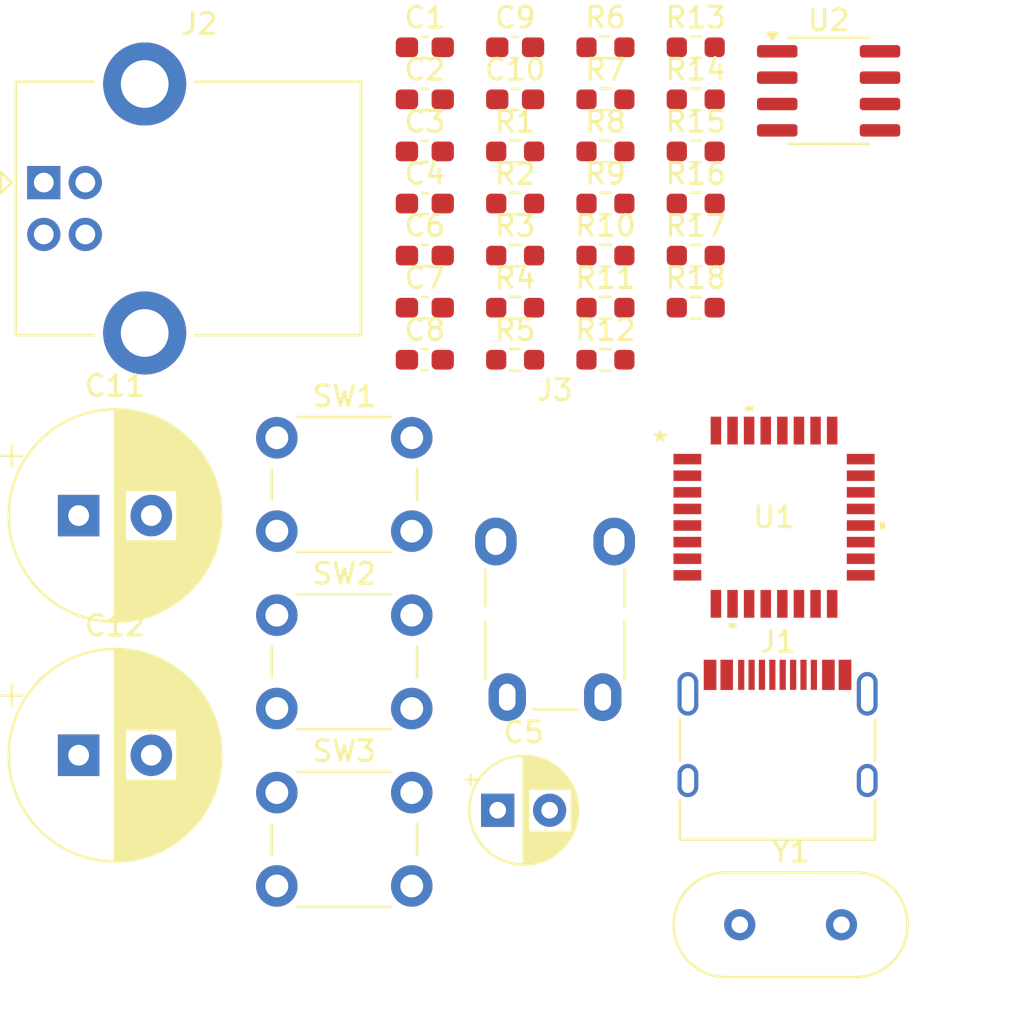
<source format=kicad_pcb>
(kicad_pcb (version 20240108) (generator "pcbnew") (generator_version "8.0")
  (layers (0 "F.Cu" signal) (31 "B.Cu" signal) (34 "B.Paste" user) (35 "F.Paste" user) (36 "B.SilkS" user "B.Silkscreen") (37 "F.SilkS" user "F.Silkscreen") (38 "B.Mask" user) (39 "F.Mask" user) (44 "Edge.Cuts" user))
  (net 0 "")
  (net 1 "GND")
  (net 2 "+5V")
  (net 3 "Net-(U1-XTI)")
  (net 4 "Net-(U1-XTO)")
  (net 5 "Net-(U1-VCCP)")
  (net 6 "Net-(U1-VCOM)")
  (net 7 "Net-(U1-VCCR)")
  (net 8 "Net-(U1-VCCL)")
  (net 9 "+3.3V")
  (net 10 "Net-(U1-VOUTL)")
  (net 11 "Net-(C9-Pad2)")
  (net 12 "Net-(C10-Pad2)")
  (net 13 "Net-(U1-VOUTR)")
  (net 14 "AUDIO_R")
  (net 15 "AUDIO_L")
  (net 16 "Net-(J1-D--PadA7)")
  (net 18 "Net-(J1-CC1)")
  (net 19 "Net-(J1-CC2)")
  (net 21 "Net-(J1-D+-PadA6)")
  (net 22 "Net-(J2-D-)")
  (net 23 "Net-(J2-D+)")
  (net 24 "DM")
  (net 25 "DP")
  (net 26 "Net-(U1-DT)")
  (net 27 "GNDA")
  (net 28 "Net-(U1-*SSPND)")
  (net 29 "Net-(U1-FUNC3)")
  (net 30 "Net-(U1-FUNC0)")
  (net 31 "Net-(U1-FUNC1)")
  (footprint "Resistor_SMD:R_0603_1608Metric_Pad0.98x0.95mm_HandSolder" (layer "F.Cu") (at 66.48 63.14)
    (property "Reference" "R2" (at 0 -1.43 0) (layer "F.SilkS"))
    (property "Value" "5.1k")
    (pad "1" smd roundrect (at -0.9125 0) (size 0.975 0.95) (layers "F.Cu" "F.Paste" "F.Mask") (net 1 "GND"))
    (pad "2" smd roundrect (at 0.9125 0) (size 0.975 0.95) (layers "F.Cu" "F.Paste" "F.Mask") (net 19 "Net-(J1-CC2)"))
  )
  (footprint "Resistor_SMD:R_0603_1608Metric_Pad0.98x0.95mm_HandSolder" (layer "F.Cu") (at 75.18 65.65)
    (property "Reference" "R17" (at 0 -1.43 0) (layer "F.SilkS"))
    (property "Value" "100k")
    (pad "1" smd roundrect (at -0.9125 0) (size 0.975 0.95) (layers "F.Cu" "F.Paste" "F.Mask") (net 2 "+5V"))
    (pad "2" smd roundrect (at 0.9125 0) (size 0.975 0.95) (layers "F.Cu" "F.Paste" "F.Mask") (net 27 "GNDA"))
  )
  (footprint "Capacitor_SMD:C_0603_1608Metric_Pad1.08x0.95mm_HandSolder" (layer "F.Cu") (at 62.13 60.63)
    (property "Reference" "C3" (at 0 -1.43 0) (layer "F.SilkS"))
    (property "Value" "22p")
    (pad "1" smd roundrect (at -0.8625 0) (size 1.075 0.95) (layers "F.Cu" "F.Paste" "F.Mask") (net 4 "Net-(U1-XTO)"))
    (pad "2" smd roundrect (at 0.8625 0) (size 1.075 0.95) (layers "F.Cu" "F.Paste" "F.Mask") (net 1 "GND"))
  )
  (footprint "Connector_USB:USB_B_Lumberg_2411_02_Horizontal" (layer "F.Cu") (at 43.775 62.13)
    (property "Reference" "J2" (at 7.5 -7.65 0) (layer "F.SilkS"))
    (property "Value" "USB_B")
    (pad "1" thru_hole rect (at 0 0 90) (size 1.6 1.6) (drill 0.95) (layers "*.Cu" "*.Mask") (net 2 "+5V"))
    (pad "2" thru_hole circle (at 0 2.5 90) (size 1.6 1.6) (drill 0.95) (layers "*.Cu" "*.Mask") (net 22 "Net-(J2-D-)"))
    (pad "3" thru_hole circle (at 2 2.5 90) (size 1.6 1.6) (drill 0.95) (layers "*.Cu" "*.Mask") (net 23 "Net-(J2-D+)"))
    (pad "4" thru_hole circle (at 2 0 90) (size 1.6 1.6) (drill 0.95) (layers "*.Cu" "*.Mask") (net 1 "GND"))
    (pad "5" thru_hole circle (at 4.86 -4.75 90) (size 4 4) (drill 2.3) (layers "*.Cu" "*.Mask") (net 1 "GND"))
    (pad "5" thru_hole circle (at 4.86 7.25 90) (size 4 4) (drill 2.3) (layers "*.Cu" "*.Mask") (net 1 "GND"))
  )
  (footprint "Capacitor_SMD:C_0603_1608Metric_Pad1.08x0.95mm_HandSolder" (layer "F.Cu") (at 66.48 55.61)
    (property "Reference" "C9" (at 0 -1.43 0) (layer "F.SilkS"))
    (property "Value" "22p")
    (pad "1" smd roundrect (at -0.8625 0) (size 1.075 0.95) (layers "F.Cu" "F.Paste" "F.Mask") (net 10 "Net-(U1-VOUTL)"))
    (pad "2" smd roundrect (at 0.8625 0) (size 1.075 0.95) (layers "F.Cu" "F.Paste" "F.Mask") (net 11 "Net-(C9-Pad2)"))
  )
  (footprint "Resistor_SMD:R_0603_1608Metric_Pad0.98x0.95mm_HandSolder" (layer "F.Cu") (at 75.18 63.14)
    (property "Reference" "R16" (at 0 -1.43 0) (layer "F.SilkS"))
    (property "Value" "3.3k")
    (pad "1" smd roundrect (at -0.9125 0) (size 0.975 0.95) (layers "F.Cu" "F.Paste" "F.Mask") (net 14 "AUDIO_R"))
    (pad "2" smd roundrect (at 0.9125 0) (size 0.975 0.95) (layers "F.Cu" "F.Paste" "F.Mask") (net 1 "GND"))
  )
  (footprint "Capacitor_SMD:C_0603_1608Metric_Pad1.08x0.95mm_HandSolder" (layer "F.Cu") (at 66.48 58.12)
    (property "Reference" "C10" (at 0 -1.43 0) (layer "F.SilkS"))
    (property "Value" "22p")
    (pad "1" smd roundrect (at -0.8625 0) (size 1.075 0.95) (layers "F.Cu" "F.Paste" "F.Mask") (net 13 "Net-(U1-VOUTR)"))
    (pad "2" smd roundrect (at 0.8625 0) (size 1.075 0.95) (layers "F.Cu" "F.Paste" "F.Mask") (net 12 "Net-(C10-Pad2)"))
  )
  (footprint "Capacitor_SMD:C_0603_1608Metric_Pad1.08x0.95mm_HandSolder" (layer "F.Cu") (at 62.13 55.61)
    (property "Reference" "C1" (at 0 -1.43 0) (layer "F.SilkS"))
    (property "Value" "1μ")
    (pad "1" smd roundrect (at -0.8625 0) (size 1.075 0.95) (layers "F.Cu" "F.Paste" "F.Mask") (net 2 "+5V"))
    (pad "2" smd roundrect (at 0.8625 0) (size 1.075 0.95) (layers "F.Cu" "F.Paste" "F.Mask") (net 1 "GND"))
  )
  (footprint "Resistor_SMD:R_0603_1608Metric_Pad0.98x0.95mm_HandSolder" (layer "F.Cu") (at 75.18 60.63)
    (property "Reference" "R15" (at 0 -1.43 0) (layer "F.SilkS"))
    (property "Value" "3.3k")
    (pad "1" smd roundrect (at -0.9125 0) (size 0.975 0.95) (layers "F.Cu" "F.Paste" "F.Mask") (net 15 "AUDIO_L"))
    (pad "2" smd roundrect (at 0.9125 0) (size 0.975 0.95) (layers "F.Cu" "F.Paste" "F.Mask") (net 1 "GND"))
  )
  (footprint "Capacitor_THT:CP_Radial_D10.0mm_P3.50mm" (layer "F.Cu") (at 45.454646 89.73)
    (property "Reference" "C12" (at 1.75 -6.25 0) (layer "F.SilkS"))
    (property "Value" "100μ")
    (pad "1" thru_hole rect (at 0 0) (size 2 2) (drill 1) (layers "*.Cu" "*.Mask") (net 10 "Net-(U1-VOUTL)"))
    (pad "2" thru_hole circle (at 3.5 0) (size 2 2) (drill 1) (layers "*.Cu" "*.Mask") (net 15 "AUDIO_L"))
  )
  (footprint "Connector_Audio:Jack_3.5mm_Lumberg_1503_07_Horizontal" (layer "F.Cu") (at 65.55 79.43)
    (property "Reference" "J3" (at 2.85 -7.3 0) (layer "F.SilkS"))
    (property "Value" "AudioJack3")
    (pad "" np_thru_hole circle (at 0.35 3.5) (size 1.1 1.1) (drill 1.1) (layers "F&B.Cu" "*.Mask"))
    (pad "" np_thru_hole circle (at 5.35 3.5) (size 1.1 1.1) (drill 1.1) (layers "F&B.Cu" "*.Mask"))
    (pad "R" thru_hole oval (at 5.15 7.5) (size 1.8 2.3) (drill oval 0.8 1.3) (layers "*.Cu" "*.Mask") (net 14 "AUDIO_R"))
    (pad "S" thru_hole oval (at 0.55 7.5) (size 1.8 2.3) (drill oval 0.8 1.3) (layers "*.Cu" "*.Mask") (net 1 "GND"))
    (pad "T" thru_hole oval (at 0 0) (size 2 2.3) (drill oval 1 1.3) (layers "*.Cu" "*.Mask") (net 15 "AUDIO_L"))
    (pad "T" thru_hole oval (at 5.7 0) (size 2 2.3) (drill oval 1 1.3) (layers "*.Cu" "*.Mask") (net 15 "AUDIO_L"))
  )
  (footprint "Connector_USB:USB_C_Receptacle_HRO_TYPE-C-31-M-12" (layer "F.Cu") (at 79.12 89.9)
    (property "Reference" "J1" (at 0 -5.645 0) (layer "F.SilkS"))
    (property "Value" "USB_C_Receptacle_USB2.0_16P")
    (pad "" np_thru_hole circle (at -2.89 -2.6) (size 0.65 0.65) (drill 0.65) (layers "*.Cu" "*.Mask"))
    (pad "" np_thru_hole circle (at 2.89 -2.6) (size 0.65 0.65) (drill 0.65) (layers "*.Cu" "*.Mask"))
    (pad "A1" smd rect (at -3.25 -4.045) (size 0.6 1.45) (layers "F.Cu" "F.Paste" "F.Mask") (net 1 "GND"))
    (pad "A4" smd rect (at -2.45 -4.045) (size 0.6 1.45) (layers "F.Cu" "F.Paste" "F.Mask") (net 2 "+5V"))
    (pad "A5" smd rect (at -1.25 -4.045) (size 0.3 1.45) (layers "F.Cu" "F.Paste" "F.Mask") (net 18 "Net-(J1-CC1)"))
    (pad "A6" smd rect (at -0.25 -4.045) (size 0.3 1.45) (layers "F.Cu" "F.Paste" "F.Mask") (net 21 "Net-(J1-D+-PadA6)"))
    (pad "A7" smd rect (at 0.25 -4.045) (size 0.3 1.45) (layers "F.Cu" "F.Paste" "F.Mask") (net 16 "Net-(J1-D--PadA7)"))
    (pad "A8" smd rect (at 1.25 -4.045) (size 0.3 1.45) (layers "F.Cu" "F.Paste" "F.Mask"))
    (pad "A9" smd rect (at 2.45 -4.045) (size 0.6 1.45) (layers "F.Cu" "F.Paste" "F.Mask") (net 2 "+5V"))
    (pad "A12" smd rect (at 3.25 -4.045) (size 0.6 1.45) (layers "F.Cu" "F.Paste" "F.Mask") (net 1 "GND"))
    (pad "B1" smd rect (at 3.25 -4.045) (size 0.6 1.45) (layers "F.Cu" "F.Paste" "F.Mask") (net 1 "GND"))
    (pad "B4" smd rect (at 2.45 -4.045) (size 0.6 1.45) (layers "F.Cu" "F.Paste" "F.Mask") (net 2 "+5V"))
    (pad "B5" smd rect (at 1.75 -4.045) (size 0.3 1.45) (layers "F.Cu" "F.Paste" "F.Mask") (net 19 "Net-(J1-CC2)"))
    (pad "B6" smd rect (at 0.75 -4.045) (size 0.3 1.45) (layers "F.Cu" "F.Paste" "F.Mask") (net 21 "Net-(J1-D+-PadA6)"))
    (pad "B7" smd rect (at -0.75 -4.045) (size 0.3 1.45) (layers "F.Cu" "F.Paste" "F.Mask") (net 16 "Net-(J1-D--PadA7)"))
    (pad "B8" smd rect (at -1.75 -4.045) (size 0.3 1.45) (layers "F.Cu" "F.Paste" "F.Mask"))
    (pad "B9" smd rect (at -2.45 -4.045) (size 0.6 1.45) (layers "F.Cu" "F.Paste" "F.Mask") (net 2 "+5V"))
    (pad "B12" smd rect (at -3.25 -4.045) (size 0.6 1.45) (layers "F.Cu" "F.Paste" "F.Mask") (net 1 "GND"))
    (pad "S1" thru_hole oval (at -4.32 -3.13) (size 1 2.1) (drill oval 0.6 1.7) (property pad_prop_heatsink) (layers "*.Cu" "*.Mask") (net 1 "GND"))
    (pad "S1" thru_hole oval (at -4.32 1.05) (size 1 1.6) (drill oval 0.6 1.2) (property pad_prop_heatsink) (layers "*.Cu" "*.Mask") (net 1 "GND"))
    (pad "S1" thru_hole oval (at 4.32 -3.13) (size 1 2.1) (drill oval 0.6 1.7) (property pad_prop_heatsink) (layers "*.Cu" "*.Mask") (net 1 "GND"))
    (pad "S1" thru_hole oval (at 4.32 1.05) (size 1 1.6) (drill oval 0.6 1.2) (property pad_prop_heatsink) (layers "*.Cu" "*.Mask") (net 1 "GND"))
  )
  (footprint "Resistor_SMD:R_0603_1608Metric_Pad0.98x0.95mm_HandSolder" (layer "F.Cu") (at 70.83 68.16)
    (property "Reference" "R11" (at 0 -1.43 0) (layer "F.SilkS"))
    (property "Value" "16")
    (pad "1" smd roundrect (at -0.9125 0) (size 0.975 0.95) (layers "F.Cu" "F.Paste" "F.Mask") (net 11 "Net-(C9-Pad2)"))
    (pad "2" smd roundrect (at 0.9125 0) (size 0.975 0.95) (layers "F.Cu" "F.Paste" "F.Mask") (net 1 "GND"))
  )
  (footprint "Resistor_SMD:R_0603_1608Metric_Pad0.98x0.95mm_HandSolder" (layer "F.Cu") (at 66.48 70.67)
    (property "Reference" "R5" (at 0 -1.43 0) (layer "F.SilkS"))
    (property "Value" "1.5k")
    (pad "1" smd roundrect (at -0.9125 0) (size 0.975 0.95) (layers "F.Cu" "F.Paste" "F.Mask") (net 21 "Net-(J1-D+-PadA6)"))
    (pad "2" smd roundrect (at 0.9125 0) (size 0.975 0.95) (layers "F.Cu" "F.Paste" "F.Mask") (net 9 "+3.3V"))
  )
  (footprint "Capacitor_SMD:C_0603_1608Metric_Pad1.08x0.95mm_HandSolder" (layer "F.Cu") (at 62.13 58.12)
    (property "Reference" "C2" (at 0 -1.43 0) (layer "F.SilkS"))
    (property "Value" "22p")
    (pad "1" smd roundrect (at -0.8625 0) (size 1.075 0.95) (layers "F.Cu" "F.Paste" "F.Mask") (net 3 "Net-(U1-XTI)"))
    (pad "2" smd roundrect (at 0.8625 0) (size 1.075 0.95) (layers "F.Cu" "F.Paste" "F.Mask") (net 1 "GND"))
  )
  (footprint "Resistor_SMD:R_0603_1608Metric_Pad0.98x0.95mm_HandSolder" (layer "F.Cu") (at 70.83 70.67)
    (property "Reference" "R12" (at 0 -1.43 0) (layer "F.SilkS"))
    (property "Value" "16")
    (pad "1" smd roundrect (at -0.9125 0) (size 0.975 0.95) (layers "F.Cu" "F.Paste" "F.Mask") (net 12 "Net-(C10-Pad2)"))
    (pad "2" smd roundrect (at 0.9125 0) (size 0.975 0.95) (layers "F.Cu" "F.Paste" "F.Mask") (net 1 "GND"))
  )
  (footprint "Crystal:Crystal_HC18-U_Vertical" (layer "F.Cu") (at 77.3 97.9)
    (property "Reference" "Y1" (at 2.45 -3.525 0) (layer "F.SilkS"))
    (property "Value" "12MHz")
    (pad "1" thru_hole circle (at 0 0) (size 1.5 1.5) (drill 0.8) (layers "*.Cu" "*.Mask") (net 4 "Net-(U1-XTO)"))
    (pad "2" thru_hole circle (at 4.9 0) (size 1.5 1.5) (drill 0.8) (layers "*.Cu" "*.Mask") (net 3 "Net-(U1-XTI)"))
  )
  (footprint "Resistor_SMD:R_0603_1608Metric_Pad0.98x0.95mm_HandSolder" (layer "F.Cu") (at 75.18 55.61)
    (property "Reference" "R13" (at 0 -1.43 0) (layer "F.SilkS"))
    (property "Value" "3.3k")
    (pad "1" smd roundrect (at -0.9125 0) (size 0.975 0.95) (layers "F.Cu" "F.Paste" "F.Mask") (net 10 "Net-(U1-VOUTL)"))
    (pad "2" smd roundrect (at 0.9125 0) (size 0.975 0.95) (layers "F.Cu" "F.Paste" "F.Mask") (net 1 "GND"))
  )
  (footprint "Resistor_SMD:R_0603_1608Metric_Pad0.98x0.95mm_HandSolder" (layer "F.Cu") (at 75.18 58.12)
    (property "Reference" "R14" (at 0 -1.43 0) (layer "F.SilkS"))
    (property "Value" "3.3k")
    (pad "1" smd roundrect (at -0.9125 0) (size 0.975 0.95) (layers "F.Cu" "F.Paste" "F.Mask") (net 13 "Net-(U1-VOUTR)"))
    (pad "2" smd roundrect (at 0.9125 0) (size 0.975 0.95) (layers "F.Cu" "F.Paste" "F.Mask") (net 1 "GND"))
  )
  (footprint "Button_Switch_THT:SW_PUSH_6mm" (layer "F.Cu") (at 55 74.43)
    (property "Reference" "SW1" (at 3.25 -2 0) (layer "F.SilkS"))
    (property "Value" "PLAY/PAUSE")
    (pad "1" thru_hole circle (at 0 0 90) (size 2 2) (drill 1.1) (layers "*.Cu" "*.Mask") (net 28 "Net-(U1-*SSPND)"))
    (pad "1" thru_hole circle (at 6.5 0 90) (size 2 2) (drill 1.1) (layers "*.Cu" "*.Mask") (net 28 "Net-(U1-*SSPND)"))
    (pad "2" thru_hole circle (at 0 4.5 90) (size 2 2) (drill 1.1) (layers "*.Cu" "*.Mask") (net 29 "Net-(U1-FUNC3)"))
    (pad "2" thru_hole circle (at 6.5 4.5 90) (size 2 2) (drill 1.1) (layers "*.Cu" "*.Mask") (net 29 "Net-(U1-FUNC3)"))
  )
  (footprint "Capacitor_SMD:C_0603_1608Metric_Pad1.08x0.95mm_HandSolder" (layer "F.Cu") (at 62.13 68.16)
    (property "Reference" "C7" (at 0 -1.43 0) (layer "F.SilkS"))
    (property "Value" "1μ")
    (pad "1" smd roundrect (at -0.8625 0) (size 1.075 0.95) (layers "F.Cu" "F.Paste" "F.Mask") (net 1 "GND"))
    (pad "2" smd roundrect (at 0.8625 0) (size 1.075 0.95) (layers "F.Cu" "F.Paste" "F.Mask") (net 8 "Net-(U1-VCCL)"))
  )
  (footprint "Resistor_SMD:R_0603_1608Metric_Pad0.98x0.95mm_HandSolder" (layer "F.Cu") (at 66.48 68.16)
    (property "Reference" "R4" (at 0 -1.43 0) (layer "F.SilkS"))
    (property "Value" "22")
    (pad "1" smd roundrect (at -0.9125 0) (size 0.975 0.95) (layers "F.Cu" "F.Paste" "F.Mask") (net 25 "DP"))
    (pad "2" smd roundrect (at 0.9125 0) (size 0.975 0.95) (layers "F.Cu" "F.Paste" "F.Mask") (net 21 "Net-(J1-D+-PadA6)"))
  )
  (footprint "Resistor_SMD:R_0603_1608Metric_Pad0.98x0.95mm_HandSolder" (layer "F.Cu") (at 70.83 63.14)
    (property "Reference" "R9" (at 0 -1.43 0) (layer "F.SilkS"))
    (property "Value" "1M")
    (pad "1" smd roundrect (at -0.9125 0) (size 0.975 0.95) (layers "F.Cu" "F.Paste" "F.Mask") (net 4 "Net-(U1-XTO)"))
    (pad "2" smd roundrect (at 0.9125 0) (size 0.975 0.95) (layers "F.Cu" "F.Paste" "F.Mask") (net 3 "Net-(U1-XTI)"))
  )
  (footprint "Resistor_SMD:R_0603_1608Metric_Pad0.98x0.95mm_HandSolder" (layer "F.Cu") (at 70.83 60.63)
    (property "Reference" "R8" (at 0 -1.43 0) (layer "F.SilkS"))
    (property "Value" "1.5k")
    (pad "1" smd roundrect (at -0.9125 0) (size 0.975 0.95) (layers "F.Cu" "F.Paste" "F.Mask") (net 23 "Net-(J2-D+)"))
    (pad "2" smd roundrect (at 0.9125 0) (size 0.975 0.95) (layers "F.Cu" "F.Paste" "F.Mask") (net 9 "+3.3V"))
  )
  (footprint "Capacitor_SMD:C_0603_1608Metric_Pad1.08x0.95mm_HandSolder" (layer "F.Cu") (at 62.13 65.65)
    (property "Reference" "C6" (at 0 -1.43 0) (layer "F.SilkS"))
    (property "Value" "1μ")
    (pad "1" smd roundrect (at -0.8625 0) (size 1.075 0.95) (layers "F.Cu" "F.Paste" "F.Mask") (net 1 "GND"))
    (pad "2" smd roundrect (at 0.8625 0) (size 1.075 0.95) (layers "F.Cu" "F.Paste" "F.Mask") (net 7 "Net-(U1-VCCR)"))
  )
  (footprint "Button_Switch_THT:SW_PUSH_6mm" (layer "F.Cu") (at 55 82.98)
    (property "Reference" "SW2" (at 3.25 -2 0) (layer "F.SilkS"))
    (property "Value" "NEXT")
    (pad "1" thru_hole circle (at 0 0 90) (size 2 2) (drill 1.1) (layers "*.Cu" "*.Mask") (net 28 "Net-(U1-*SSPND)"))
    (pad "1" thru_hole circle (at 6.5 0 90) (size 2 2) (drill 1.1) (layers "*.Cu" "*.Mask") (net 28 "Net-(U1-*SSPND)"))
    (pad "2" thru_hole circle (at 0 4.5 90) (size 2 2) (drill 1.1) (layers "*.Cu" "*.Mask") (net 30 "Net-(U1-FUNC0)"))
    (pad "2" thru_hole circle (at 6.5 4.5 90) (size 2 2) (drill 1.1) (layers "*.Cu" "*.Mask") (net 30 "Net-(U1-FUNC0)"))
  )
  (footprint "Button_Switch_THT:SW_PUSH_6mm" (layer "F.Cu") (at 55 91.53)
    (property "Reference" "SW3" (at 3.25 -2 0) (layer "F.SilkS"))
    (property "Value" "PREVIOUS")
    (pad "1" thru_hole circle (at 0 0 90) (size 2 2) (drill 1.1) (layers "*.Cu" "*.Mask") (net 31 "Net-(U1-FUNC1)"))
    (pad "1" thru_hole circle (at 6.5 0 90) (size 2 2) (drill 1.1) (layers "*.Cu" "*.Mask") (net 31 "Net-(U1-FUNC1)"))
    (pad "2" thru_hole circle (at 0 4.5 90) (size 2 2) (drill 1.1) (layers "*.Cu" "*.Mask") (net 28 "Net-(U1-*SSPND)"))
    (pad "2" thru_hole circle (at 6.5 4.5 90) (size 2 2) (drill 1.1) (layers "*.Cu" "*.Mask") (net 28 "Net-(U1-*SSPND)"))
  )
  (footprint "Resistor_SMD:R_0603_1608Metric_Pad0.98x0.95mm_HandSolder" (layer "F.Cu") (at 66.48 65.65)
    (property "Reference" "R3" (at 0 -1.43 0) (layer "F.SilkS"))
    (property "Value" "22")
    (pad "1" smd roundrect (at -0.9125 0) (size 0.975 0.95) (layers "F.Cu" "F.Paste" "F.Mask") (net 24 "DM"))
    (pad "2" smd roundrect (at 0.9125 0) (size 0.975 0.95) (layers "F.Cu" "F.Paste" "F.Mask") (net 16 "Net-(J1-D--PadA7)"))
  )
  (footprint "my_parts:PJT32" (layer "F.Cu") (at 78.950999 78.258799)
    (property "Reference" "U1" (at 0 0 0) (layer "F.SilkS"))
    (property "Value" "PCM2706PJT")
    (fp_text user "*" (at -5.480799 -3.581 0) (layer "F.SilkS"))
    (fp_text user "*" (at -5.480799 -3.581 0) (layer "F.SilkS"))
    (pad "1" smd rect (at -4.175501 -2.799999 90) (size 0.5072 1.340599) (layers "F.Cu" "F.Paste" "F.Mask") (net 1 "GND"))
    (pad "2" smd rect (at -4.175501 -2.000001 90) (size 0.5072 1.340599) (layers "F.Cu" "F.Paste" "F.Mask") (net 5 "Net-(U1-VCCP)"))
    (pad "3" smd rect (at -4.175501 -1.2 90) (size 0.5072 1.340599) (layers "F.Cu" "F.Paste" "F.Mask") (net 2 "+5V"))
    (pad "4" smd rect (at -4.175501 -0.399999 90) (size 0.5072 1.340599) (layers "F.Cu" "F.Paste" "F.Mask") (net 29 "Net-(U1-FUNC3)"))
    (pad "5" smd rect (at -4.175501 0.399999 90) (size 0.5072 1.340599) (layers "F.Cu" "F.Paste" "F.Mask") (net 30 "Net-(U1-FUNC0)"))
    (pad "6" smd rect (at -4.175501 1.2 90) (size 0.5072 1.340599) (layers "F.Cu" "F.Paste" "F.Mask"))
    (pad "7" smd rect (at -4.175501 1.999999 90) (size 0.5072 1.340599) (layers "F.Cu" "F.Paste" "F.Mask"))
    (pad "8" smd rect (at -4.175501 2.799999 90) (size 0.5072 1.340599) (layers "F.Cu" "F.Paste" "F.Mask"))
    (pad "9" smd rect (at -2.799999 4.175501) (size 0.5072 1.340599) (layers "F.Cu" "F.Paste" "F.Mask") (net 9 "+3.3V"))
    (pad "10" smd rect (at -2.000001 4.175501) (size 0.5072 1.340599) (layers "F.Cu" "F.Paste" "F.Mask") (net 9 "+3.3V"))
    (pad "11" smd rect (at -1.2 4.175501) (size 0.5072 1.340599) (layers "F.Cu" "F.Paste" "F.Mask") (net 28 "Net-(U1-*SSPND)"))
    (pad "12" smd rect (at -0.399999 4.175501) (size 0.5072 1.340599) (layers "F.Cu" "F.Paste" "F.Mask") (net 3 "Net-(U1-XTI)"))
    (pad "13" smd rect (at 0.399999 4.175501) (size 0.5072 1.340599) (layers "F.Cu" "F.Paste" "F.Mask") (net 4 "Net-(U1-XTO)"))
    (pad "14" smd rect (at 1.2 4.175501) (size 0.5072 1.340599) (layers "F.Cu" "F.Paste" "F.Mask"))
    (pad "15" smd rect (at 1.999999 4.175501) (size 0.5072 1.340599) (layers "F.Cu" "F.Paste" "F.Mask") (net 26 "Net-(U1-DT)"))
    (pad "16" smd rect (at 2.799999 4.175501) (size 0.5072 1.340599) (layers "F.Cu" "F.Paste" "F.Mask") (net 9 "+3.3V"))
    (pad "17" smd rect (at 4.175501 2.799999 90) (size 0.5072 1.340599) (layers "F.Cu" "F.Paste" "F.Mask"))
    (pad "18" smd rect (at 4.175501 2.000001 90) (size 0.5072 1.340599) (layers "F.Cu" "F.Paste" "F.Mask"))
    (pad "19" smd rect (at 4.175501 1.2 90) (size 0.5072 1.340599) (layers "F.Cu" "F.Paste" "F.Mask") (net 31 "Net-(U1-FUNC1)"))
    (pad "20" smd rect (at 4.175501 0.399999 90) (size 0.5072 1.340599) (layers "F.Cu" "F.Paste" "F.Mask") (net 1 "GND"))
    (pad "21" smd rect (at 4.175501 -0.399999 90) (size 0.5072 1.340599) (layers "F.Cu" "F.Paste" "F.Mask") (net 9 "+3.3V"))
    (pad "22" smd rect (at 4.175501 -1.2 90) (size 0.5072 1.340599) (layers "F.Cu" "F.Paste" "F.Mask") (net 24 "DM"))
    (pad "23" smd rect (at 4.175501 -1.999999 90) (size 0.5072 1.340599) (layers "F.Cu" "F.Paste" "F.Mask") (net 25 "DP"))
    (pad "24" smd rect (at 4.175501 -2.799999 90) (size 0.5072 1.340599) (layers "F.Cu" "F.Paste" "F.Mask") (net 2 "+5V"))
    (pad "25" smd rect (at 2.799999 -4.175501) (size 0.5072 1.340599) (layers "F.Cu" "F.Paste" "F.Mask") (net 1 "GND"))
    (pad "26" smd rect (at 2.000001 -4.175501) (size 0.5072 1.340599) (layers "F.Cu" "F.Paste" "F.Mask") (net 1 "GND"))
    (pad "27" smd rect (at 1.2 -4.175501) (size 0.5072 1.340599) (layers "F.Cu" "F.Paste" "F.Mask") (net 8 "Net-(U1-VCCL)"))
    (pad "28" smd rect (at 0.399999 -4.175501) (size 0.5072 1.340599) (layers "F.Cu" "F.Paste" "F.Mask") (net 10 "Net-(U1-VOUTL)"))
    (pad "29" smd rect (at -0.399999 -4.175501) (size 0.5072 1.340599) (layers "F.Cu" "F.Paste" "F.Mask") (net 13 "Net-(U1-VOUTR)"))
    (pad "30" smd rect (at -1.2 -4.175501) (size 0.5072 1.340599) (layers "F.Cu" "F.Paste" "F.Mask") (net 7 "Net-(U1-VCCR)"))
    (pad "31" smd rect (at -1.999999 -4.175501) (size 0.5072 1.340599) (layers "F.Cu" "F.Paste" "F.Mask") (net 1 "GND"))
    (pad "32" smd rect (at -2.799999 -4.175501) (size 0.5072 1.340599) (layers "F.Cu" "F.Paste" "F.Mask") (net 6 "Net-(U1-VCOM)"))
  )
  (footprint "Resistor_SMD:R_0603_1608Metric_Pad0.98x0.95mm_HandSolder" (layer "F.Cu") (at 70.83 58.12)
    (property "Reference" "R7" (at 0 -1.43 0) (layer "F.SilkS"))
    (property "Value" "22")
    (pad "1" smd roundrect (at -0.9125 0) (size 0.975 0.95) (layers "F.Cu" "F.Paste" "F.Mask") (net 24 "DM"))
    (pad "2" smd roundrect (at 0.9125 0) (size 0.975 0.95) (layers "F.Cu" "F.Paste" "F.Mask") (net 22 "Net-(J2-D-)"))
  )
  (footprint "Resistor_SMD:R_0603_1608Metric_Pad0.98x0.95mm_HandSolder" (layer "F.Cu") (at 66.48 60.63)
    (property "Reference" "R1" (at 0 -1.43 0) (layer "F.SilkS"))
    (property "Value" "5.1k")
    (pad "1" smd roundrect (at -0.9125 0) (size 0.975 0.95) (layers "F.Cu" "F.Paste" "F.Mask") (net 1 "GND"))
    (pad "2" smd roundrect (at 0.9125 0) (size 0.975 0.95) (layers "F.Cu" "F.Paste" "F.Mask") (net 18 "Net-(J1-CC1)"))
  )
  (footprint "Resistor_SMD:R_0603_1608Metric_Pad0.98x0.95mm_HandSolder" (layer "F.Cu") (at 70.83 55.61)
    (property "Reference" "R6" (at 0 -1.43 0) (layer "F.SilkS"))
    (property "Value" "22")
    (pad "1" smd roundrect (at -0.9125 0) (size 0.975 0.95) (layers "F.Cu" "F.Paste" "F.Mask") (net 25 "DP"))
    (pad "2" smd roundrect (at 0.9125 0) (size 0.975 0.95) (layers "F.Cu" "F.Paste" "F.Mask") (net 23 "Net-(J2-D+)"))
  )
  (footprint "Capacitor_THT:CP_Radial_D10.0mm_P3.50mm" (layer "F.Cu") (at 45.454646 78.18)
    (property "Reference" "C11" (at 1.75 -6.25 0) (layer "F.SilkS"))
    (property "Value" "100μ")
    (pad "1" thru_hole rect (at 0 0) (size 2 2) (drill 1) (layers "*.Cu" "*.Mask") (net 13 "Net-(U1-VOUTR)"))
    (pad "2" thru_hole circle (at 3.5 0) (size 2 2) (drill 1) (layers "*.Cu" "*.Mask") (net 14 "AUDIO_R"))
  )
  (footprint "Capacitor_THT:CP_Radial_D5.0mm_P2.50mm" (layer "F.Cu") (at 65.639775 92.38)
    (property "Reference" "C5" (at 1.25 -3.75 0) (layer "F.SilkS"))
    (property "Value" "10μ")
    (pad "1" thru_hole rect (at 0 0) (size 1.6 1.6) (drill 0.8) (layers "*.Cu" "*.Mask") (net 6 "Net-(U1-VCOM)"))
    (pad "2" thru_hole circle (at 2.5 0) (size 1.6 1.6) (drill 0.8) (layers "*.Cu" "*.Mask") (net 1 "GND"))
  )
  (footprint "Resistor_SMD:R_0603_1608Metric_Pad0.98x0.95mm_HandSolder" (layer "F.Cu") (at 75.18 68.16)
    (property "Reference" "R18" (at 0 -1.43 0) (layer "F.SilkS"))
    (property "Value" "100k")
    (pad "1" smd roundrect (at -0.9125 0) (size 0.975 0.95) (layers "F.Cu" "F.Paste" "F.Mask") (net 27 "GNDA"))
    (pad "2" smd roundrect (at 0.9125 0) (size 0.975 0.95) (layers "F.Cu" "F.Paste" "F.Mask") (net 1 "GND"))
  )
  (footprint "Resistor_SMD:R_0603_1608Metric_Pad0.98x0.95mm_HandSolder" (layer "F.Cu") (at 70.83 65.65)
    (property "Reference" "R10" (at 0 -1.43 0) (layer "F.SilkS"))
    (property "Value" "1.5k")
    (pad "1" smd roundrect (at -0.9125 0) (size 0.975 0.95) (layers "F.Cu" "F.Paste" "F.Mask") (net 9 "+3.3V"))
    (pad "2" smd roundrect (at 0.9125 0) (size 0.975 0.95) (layers "F.Cu" "F.Paste" "F.Mask") (net 26 "Net-(U1-DT)"))
  )
  (footprint "Package_SO:SOIC-8_3.9x4.9mm_P1.27mm" (layer "F.Cu") (at 81.58 57.71)
    (property "Reference" "U2" (at 0 -3.4 0) (layer "F.SilkS"))
    (property "Value" "NJM4580")
    (pad "1" smd roundrect (at -2.475 -1.905) (size 1.95 0.6) (layers "F.Cu" "F.Paste" "F.Mask"))
    (pad "2" smd roundrect (at -2.475 -0.635) (size 1.95 0.6) (layers "F.Cu" "F.Paste" "F.Mask"))
    (pad "3" smd roundrect (at -2.475 0.635) (size 1.95 0.6) (layers "F.Cu" "F.Paste" "F.Mask"))
    (pad "4" smd roundrect (at -2.475 1.905) (size 1.95 0.6) (layers "F.Cu" "F.Paste" "F.Mask"))
    (pad "5" smd roundrect (at 2.475 1.905) (size 1.95 0.6) (layers "F.Cu" "F.Paste" "F.Mask"))
    (pad "6" smd roundrect (at 2.475 0.635) (size 1.95 0.6) (layers "F.Cu" "F.Paste" "F.Mask"))
    (pad "7" smd roundrect (at 2.475 -0.635) (size 1.95 0.6) (layers "F.Cu" "F.Paste" "F.Mask"))
    (pad "8" smd roundrect (at 2.475 -1.905) (size 1.95 0.6) (layers "F.Cu" "F.Paste" "F.Mask"))
  )
  (footprint "Capacitor_SMD:C_0603_1608Metric_Pad1.08x0.95mm_HandSolder" (layer "F.Cu") (at 62.13 70.67)
    (property "Reference" "C8" (at 0 -1.43 0) (layer "F.SilkS"))
    (property "Value" "1μ")
    (pad "1" smd roundrect (at -0.8625 0) (size 1.075 0.95) (layers "F.Cu" "F.Paste" "F.Mask") (net 1 "GND"))
    (pad "2" smd roundrect (at 0.8625 0) (size 1.075 0.95) (layers "F.Cu" "F.Paste" "F.Mask") (net 9 "+3.3V"))
  )
  (footprint "Capacitor_SMD:C_0603_1608Metric_Pad1.08x0.95mm_HandSolder" (layer "F.Cu") (at 62.13 63.14)
    (property "Reference" "C4" (at 0 -1.43 0) (layer "F.SilkS"))
    (property "Value" "1μ")
    (pad "1" smd roundrect (at -0.8625 0) (size 1.075 0.95) (layers "F.Cu" "F.Paste" "F.Mask") (net 1 "GND"))
    (pad "2" smd roundrect (at 0.8625 0) (size 1.075 0.95) (layers "F.Cu" "F.Paste" "F.Mask") (net 5 "Net-(U1-VCCP)"))
  )
)
</source>
